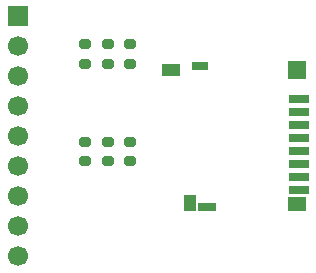
<source format=gbr>
%TF.GenerationSoftware,KiCad,Pcbnew,9.0.2+dfsg-1*%
%TF.CreationDate,2025-06-02T16:04:06+08:00*%
%TF.ProjectId,sd,73642e6b-6963-4616-945f-706362585858,rev?*%
%TF.SameCoordinates,Original*%
%TF.FileFunction,Soldermask,Top*%
%TF.FilePolarity,Negative*%
%FSLAX46Y46*%
G04 Gerber Fmt 4.6, Leading zero omitted, Abs format (unit mm)*
G04 Created by KiCad (PCBNEW 9.0.2+dfsg-1) date 2025-06-02 16:04:06*
%MOMM*%
%LPD*%
G01*
G04 APERTURE LIST*
G04 Aperture macros list*
%AMRoundRect*
0 Rectangle with rounded corners*
0 $1 Rounding radius*
0 $2 $3 $4 $5 $6 $7 $8 $9 X,Y pos of 4 corners*
0 Add a 4 corners polygon primitive as box body*
4,1,4,$2,$3,$4,$5,$6,$7,$8,$9,$2,$3,0*
0 Add four circle primitives for the rounded corners*
1,1,$1+$1,$2,$3*
1,1,$1+$1,$4,$5*
1,1,$1+$1,$6,$7*
1,1,$1+$1,$8,$9*
0 Add four rect primitives between the rounded corners*
20,1,$1+$1,$2,$3,$4,$5,0*
20,1,$1+$1,$4,$5,$6,$7,0*
20,1,$1+$1,$6,$7,$8,$9,0*
20,1,$1+$1,$8,$9,$2,$3,0*%
G04 Aperture macros list end*
%ADD10RoundRect,0.200000X-0.275000X0.200000X-0.275000X-0.200000X0.275000X-0.200000X0.275000X0.200000X0*%
%ADD11R,1.750000X0.700000*%
%ADD12R,1.000000X1.450000*%
%ADD13R,1.550000X1.000000*%
%ADD14R,1.500000X0.800000*%
%ADD15R,1.500000X1.300000*%
%ADD16R,1.500000X1.500000*%
%ADD17R,1.400000X0.800000*%
%ADD18R,1.700000X1.700000*%
%ADD19C,1.700000*%
G04 APERTURE END LIST*
D10*
%TO.C,R5*%
X155575000Y-95695000D03*
X155575000Y-97345000D03*
%TD*%
D11*
%TO.C,J1*%
X171757500Y-92055000D03*
X171757500Y-93155000D03*
X171757500Y-94255000D03*
X171757500Y-95355000D03*
X171757500Y-96455000D03*
X171757500Y-97555000D03*
X171757500Y-98655000D03*
X171757500Y-99755000D03*
D12*
X162532500Y-100880000D03*
D13*
X160957500Y-89655000D03*
D14*
X164032500Y-101205000D03*
D15*
X171632500Y-100955000D03*
D16*
X171632500Y-89605000D03*
D17*
X163382500Y-89255000D03*
%TD*%
D10*
%TO.C,R1*%
X153670000Y-87440000D03*
X153670000Y-89090000D03*
%TD*%
%TO.C,R2*%
X155575000Y-87440000D03*
X155575000Y-89090000D03*
%TD*%
D18*
%TO.C,J2*%
X147955000Y-85090000D03*
D19*
X147955000Y-87630000D03*
X147955000Y-90170000D03*
X147955000Y-92710000D03*
X147955000Y-95250000D03*
X147955000Y-97790000D03*
X147955000Y-100330000D03*
X147955000Y-102870000D03*
X147955000Y-105410000D03*
%TD*%
D10*
%TO.C,R6*%
X157480000Y-95695000D03*
X157480000Y-97345000D03*
%TD*%
%TO.C,R4*%
X153670000Y-95695000D03*
X153670000Y-97345000D03*
%TD*%
%TO.C,R3*%
X157480000Y-87440000D03*
X157480000Y-89090000D03*
%TD*%
M02*

</source>
